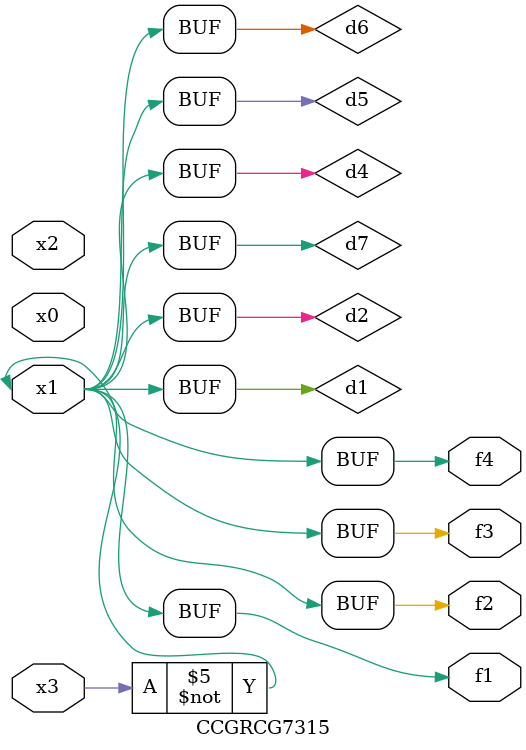
<source format=v>
module CCGRCG7315(
	input x0, x1, x2, x3,
	output f1, f2, f3, f4
);

	wire d1, d2, d3, d4, d5, d6, d7;

	not (d1, x3);
	buf (d2, x1);
	xnor (d3, d1, d2);
	nor (d4, d1);
	buf (d5, d1, d2);
	buf (d6, d4, d5);
	nand (d7, d4);
	assign f1 = d6;
	assign f2 = d7;
	assign f3 = d6;
	assign f4 = d6;
endmodule

</source>
